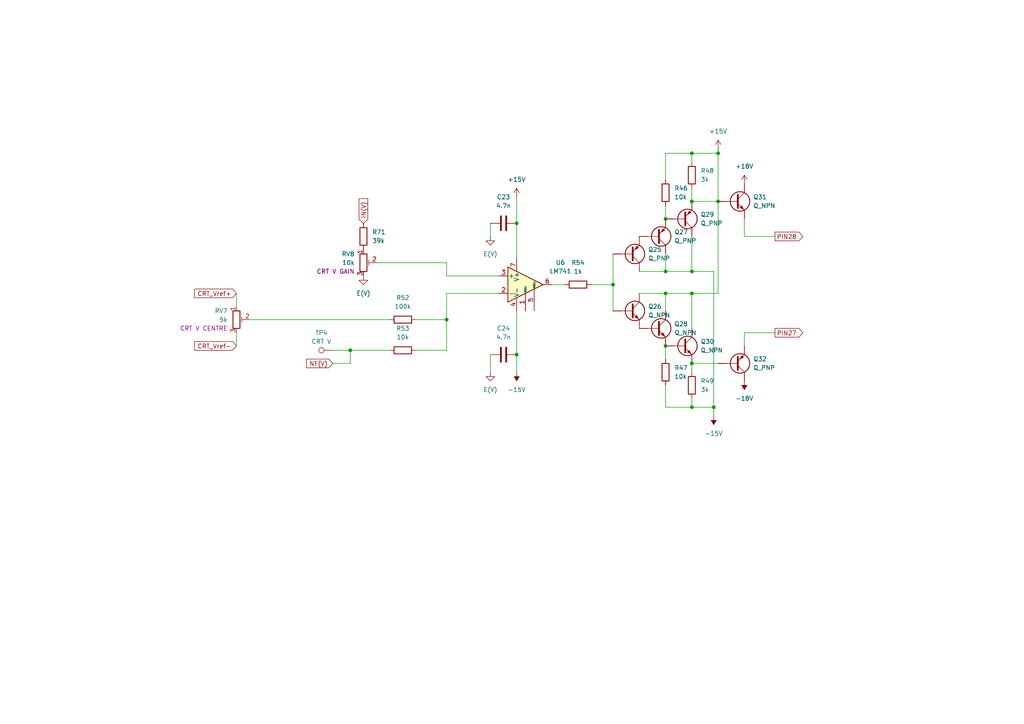
<source format=kicad_sch>
(kicad_sch (version 20250114) (generator "eeschema") (generator_version "9.0")
  (paper "A4")
  (lib_symbols
    (symbol "Amplifier_Operational:LM741" (pin_names (offset 0.127))
      (property "Reference" "U" (at 0 6.35 0))
      (property "Value" "LM741" (at 0 3.81 0))
      (symbol "LM741_0_1"
        (polyline (pts (xy -5.08 5.08) (xy 5.08 0) (xy -5.08 -5.08) (xy -5.08 5.08)) (stroke (width 0.254)) (fill (type background)))
      )
      (symbol "LM741_1_1"
        (pin input line (at -7.62 2.54 0) (length 2.54) (name "+") (number "3"))
        (pin input line (at -7.62 -2.54 0) (length 2.54) (name "-") (number "2"))
        (pin power_in line (at -2.54 7.62 270) (length 3.81) (name "V+") (number "7"))
        (pin power_in line (at -2.54 -7.62 90) (length 3.81) (name "V-") (number "4"))
        (pin no_connect line (at 0 2.54 270) (length 2.54) (hide yes) (name "NC") (number "8"))
        (pin input line (at 0 -7.62 90) (length 5.08) (name "NULL") (number "1"))
        (pin input line (at 2.54 -7.62 90) (length 6.35) (name "NULL") (number "5"))
        (pin output line (at 7.62 0 180) (length 2.54) (name "~") (number "6"))
      )
    )
    (symbol "Connector:TestPoint" (pin_numbers (hide yes)) (pin_names (offset 0.762) (hide yes))
      (property "Reference" "TP" (at 0 6.858 0))
      (property "Value" "TestPoint" (at 0 5.08 0))
      (symbol "TestPoint_0_1"
        (circle (center 0 3.302) (radius 0.762))
      )
      (symbol "TestPoint_1_1"
        (pin passive line (at 0 0 90) (length 2.54) (name "1") (number "1"))
      )
    )
    (symbol "Device:C" (pin_numbers (hide yes)) (pin_names (offset 0.254))
      (property "Reference" "C" (at 0.635 2.54 0))
      (property "Value" "C" (at 0.635 -2.54 0))
      (symbol "C_0_1"
        (polyline (pts (xy -2.032 0.762) (xy 2.032 0.762)) (stroke (width 0.508)))
        (polyline (pts (xy -2.032 -0.762) (xy 2.032 -0.762)) (stroke (width 0.508)))
      )
      (symbol "C_1_1"
        (pin passive line (at 0 3.81 270) (length 2.794) (name "~") (number "1"))
        (pin passive line (at 0 -3.81 90) (length 2.794) (name "~") (number "2"))
      )
    )
    (symbol "Device:Q_NPN" (pin_numbers (hide yes)) (pin_names (offset 0) (hide yes))
      (property "Reference" "Q" (at 5.08 1.27 0))
      (property "Value" "Q_NPN" (at 5.08 -1.27 0))
      (symbol "Q_NPN_0_1"
        (polyline (pts (xy -2.54 0) (xy 0.635 0)))
        (polyline (pts (xy 0.635 1.905) (xy 0.635 -1.905)) (stroke (width 0.508)))
        (polyline (pts (xy 0.635 0.635) (xy 2.54 2.54)))
        (polyline (pts (xy 0.635 -0.635) (xy 2.54 -2.54)))
        (circle (center 1.27 0) (radius 2.8194) (stroke (width 0.254)))
        (polyline (pts (xy 1.27 -1.778) (xy 1.778 -1.27) (xy 2.286 -2.286) (xy 1.27 -1.778)) (fill (type outline)))
      )
      (symbol "Q_NPN_1_1"
        (pin input line (at -5.08 0 0) (length 2.54) (name "B") (number "B"))
        (pin passive line (at 2.54 5.08 270) (length 2.54) (name "C") (number "C"))
        (pin passive line (at 2.54 -5.08 90) (length 2.54) (name "E") (number "E"))
      )
    )
    (symbol "Device:Q_PNP" (pin_numbers (hide yes)) (pin_names (offset 0) (hide yes))
      (property "Reference" "Q" (at 5.08 1.27 0))
      (property "Value" "Q_PNP" (at 5.08 -1.27 0))
      (symbol "Q_PNP_0_1"
        (polyline (pts (xy -2.54 0) (xy 0.635 0)))
        (polyline (pts (xy 0.635 1.905) (xy 0.635 -1.905)) (stroke (width 0.508)))
        (polyline (pts (xy 0.635 0.635) (xy 2.54 2.54)))
        (polyline (pts (xy 0.635 -0.635) (xy 2.54 -2.54)))
        (circle (center 1.27 0) (radius 2.8194) (stroke (width 0.254)))
        (polyline (pts (xy 2.286 -1.778) (xy 1.778 -2.286) (xy 1.27 -1.27) (xy 2.286 -1.778)) (fill (type outline)))
      )
      (symbol "Q_PNP_1_1"
        (pin input line (at -5.08 0 0) (length 2.54) (name "B") (number "B"))
        (pin passive line (at 2.54 5.08 270) (length 2.54) (name "C") (number "C"))
        (pin passive line (at 2.54 -5.08 90) (length 2.54) (name "E") (number "E"))
      )
    )
    (symbol "Device:R" (pin_numbers (hide yes)) (pin_names (offset 0))
      (property "Reference" "R" (at 2.032 0 90))
      (property "Value" "R" (at 0 0 90))
      (symbol "R_0_1"
        (rectangle (start -1.016 -2.54) (end 1.016 2.54) (stroke (width 0.254)))
      )
      (symbol "R_1_1"
        (pin passive line (at 0 3.81 270) (length 1.27) (name "~") (number "1"))
        (pin passive line (at 0 -3.81 90) (length 1.27) (name "~") (number "2"))
      )
    )
    (symbol "Device:R_Potentiometer_Trim" (pin_names (offset 1.016) (hide yes))
      (property "Reference" "RV" (at -4.445 0 90))
      (property "Value" "R_Potentiometer_Trim" (at -2.54 0 90))
      (symbol "R_Potentiometer_Trim_0_1"
        (rectangle (start 1.016 2.54) (end -1.016 -2.54) (stroke (width 0.254)))
        (polyline (pts (xy 1.524 0.762) (xy 1.524 -0.762)))
        (polyline (pts (xy 2.54 0) (xy 1.524 0)))
      )
      (symbol "R_Potentiometer_Trim_1_1"
        (pin passive line (at 0 3.81 270) (length 1.27) (name "1") (number "1"))
        (pin passive line (at 0 -3.81 90) (length 1.27) (name "3") (number "3"))
        (pin passive line (at 3.81 0 180) (length 1.27) (name "2") (number "2"))
      )
    )
    (symbol "power:+15V" (power) (pin_numbers (hide yes)) (pin_names (offset 0) (hide yes))
      (property "Value" "+15V" (at 0 3.556 0))
      (symbol "+15V_0_1"
        (polyline (pts (xy -0.762 1.27) (xy 0 2.54)))
        (polyline (pts (xy 0 2.54) (xy 0.762 1.27)))
        (polyline (pts (xy 0 0) (xy 0 2.54)))
      )
      (symbol "+15V_1_1"
        (pin power_in line (at 0 0 90) (length 0) (name "~") (number "1"))
      )
    )
    (symbol "power:-15V" (power) (pin_numbers (hide yes)) (pin_names (offset 0) (hide yes))
      (property "Value" "-15V" (at 0 3.556 0))
      (symbol "-15V_0_0"
        (pin power_in line (at 0 0 90) (length 0) (name "~") (number "1"))
      )
      (symbol "-15V_0_1"
        (polyline (pts (xy 0 0) (xy 0 1.27) (xy 0.762 1.27) (xy 0 2.54) (xy -0.762 1.27) (xy 0 1.27)) (fill (type outline)))
      )
    )
    (symbol "power:GND" (power) (pin_numbers (hide yes)) (pin_names (offset 0) (hide yes))
      (property "Value" "GND" (at 0 -3.81 0))
      (symbol "GND_0_1"
        (polyline (pts (xy 0 0) (xy 0 -1.27) (xy 1.27 -1.27) (xy 0 -2.54) (xy -1.27 -1.27) (xy 0 -1.27)))
      )
      (symbol "GND_1_1"
        (pin power_in line (at 0 0 270) (length 0) (name "~") (number "1"))
      )
    )
  )
  (junction (at 129.54 92.71))
  (junction (at 200.66 78.74))
  (junction (at 208.28 58.42))
  (junction (at 193.04 78.74))
  (junction (at 101.6 101.6))
  (junction (at 177.8 82.55))
  (junction (at 149.86 102.87))
  (junction (at 200.66 85.09))
  (junction (at 207.01 118.11))
  (junction (at 200.66 118.11))
  (junction (at 208.28 44.45))
  (junction (at 193.04 63.5))
  (junction (at 193.04 85.09))
  (junction (at 149.86 64.77))
  (junction (at 200.66 44.45))
  (junction (at 200.66 105.41))
  (junction (at 193.04 100.33))
  (junction (at 200.66 58.42))
  (wire (pts (xy 96.52 101.6) (xy 101.6 101.6)))
  (wire (pts (xy 215.9 100.33) (xy 215.9 96.52)))
  (wire (pts (xy 193.04 52.07) (xy 193.04 44.45)))
  (wire (pts (xy 120.65 92.71) (xy 129.54 92.71)))
  (wire (pts (xy 215.9 63.5) (xy 215.9 68.58)))
  (wire (pts (xy 120.65 101.6) (xy 129.54 101.6)))
  (wire (pts (xy 149.86 107.95) (xy 149.86 102.87)))
  (wire (pts (xy 215.9 96.52) (xy 224.79 96.52)))
  (wire (pts (xy 129.54 80.01) (xy 144.78 80.01)))
  (wire (pts (xy 101.6 105.41) (xy 101.6 101.6)))
  (wire (pts (xy 208.28 43.18) (xy 208.28 44.45)))
  (wire (pts (xy 200.66 46.99) (xy 200.66 44.45)))
  (wire (pts (xy 185.42 85.09) (xy 193.04 85.09)))
  (wire (pts (xy 177.8 82.55) (xy 177.8 90.17)))
  (wire (pts (xy 200.66 95.25) (xy 200.66 85.09)))
  (wire (pts (xy 200.66 44.45) (xy 208.28 44.45)))
  (wire (pts (xy 208.28 44.45) (xy 208.28 58.42)))
  (wire (pts (xy 193.04 85.09) (xy 193.04 90.17)))
  (wire (pts (xy 207.01 118.11) (xy 207.01 78.74)))
  (wire (pts (xy 96.52 105.41) (xy 101.6 105.41)))
  (wire (pts (xy 177.8 73.66) (xy 177.8 82.55)))
  (wire (pts (xy 129.54 92.71) (xy 129.54 85.09)))
  (wire (pts (xy 68.58 85.09) (xy 68.58 88.9)))
  (wire (pts (xy 207.01 120.65) (xy 207.01 118.11)))
  (wire (pts (xy 200.66 115.57) (xy 200.66 118.11)))
  (wire (pts (xy 171.45 82.55) (xy 177.8 82.55)))
  (wire (pts (xy 129.54 101.6) (xy 129.54 92.71)))
  (wire (pts (xy 149.86 57.15) (xy 149.86 64.77)))
  (wire (pts (xy 149.86 102.87) (xy 149.86 90.17)))
  (wire (pts (xy 200.66 68.58) (xy 200.66 78.74)))
  (wire (pts (xy 200.66 85.09) (xy 193.04 85.09)))
  (wire (pts (xy 208.28 85.09) (xy 200.66 85.09)))
  (wire (pts (xy 193.04 100.33) (xy 193.04 104.14)))
  (wire (pts (xy 208.28 105.41) (xy 200.66 105.41)))
  (wire (pts (xy 149.86 64.77) (xy 149.86 74.93)))
  (wire (pts (xy 200.66 105.41) (xy 200.66 107.95)))
  (wire (pts (xy 193.04 59.69) (xy 193.04 63.5)))
  (wire (pts (xy 193.04 44.45) (xy 200.66 44.45)))
  (wire (pts (xy 207.01 78.74) (xy 200.66 78.74)))
  (wire (pts (xy 129.54 76.2) (xy 129.54 80.01)))
  (wire (pts (xy 160.02 82.55) (xy 163.83 82.55)))
  (wire (pts (xy 185.42 78.74) (xy 193.04 78.74)))
  (wire (pts (xy 200.66 118.11) (xy 207.01 118.11)))
  (wire (pts (xy 68.58 96.52) (xy 68.58 100.33)))
  (wire (pts (xy 142.24 68.58) (xy 142.24 64.77)))
  (wire (pts (xy 200.66 78.74) (xy 193.04 78.74)))
  (wire (pts (xy 142.24 107.95) (xy 142.24 102.87)))
  (wire (pts (xy 193.04 73.66) (xy 193.04 78.74)))
  (wire (pts (xy 101.6 101.6) (xy 113.03 101.6)))
  (wire (pts (xy 200.66 54.61) (xy 200.66 58.42)))
  (wire (pts (xy 72.39 92.71) (xy 113.03 92.71)))
  (wire (pts (xy 208.28 58.42) (xy 208.28 85.09)))
  (wire (pts (xy 129.54 85.09) (xy 144.78 85.09)))
  (wire (pts (xy 109.22 76.2) (xy 129.54 76.2)))
  (wire (pts (xy 193.04 118.11) (xy 200.66 118.11)))
  (wire (pts (xy 200.66 58.42) (xy 208.28 58.42)))
  (wire (pts (xy 215.9 68.58) (xy 224.79 68.58)))
  (wire (pts (xy 193.04 111.76) (xy 193.04 118.11)))
  (global_label "CRT_Vref-" (shape input) (at 68.58 100.33 180) (property "Intersheetrefs" "${INTERSHEET_REFS}" (effects (hide yes))))
  (global_label "NF(V)" (shape input) (at 96.52 105.41 180) (property "Intersheetrefs" "${INTERSHEET_REFS}" (effects (hide yes))))
  (global_label "PIN27" (shape output) (at 224.79 96.52 0) (property "Intersheetrefs" "${INTERSHEET_REFS}" (effects (hide yes))))
  (global_label "PIN28" (shape output) (at 224.79 68.58 0) (property "Intersheetrefs" "${INTERSHEET_REFS}" (effects (hide yes))))
  (global_label "IN(V)" (shape input) (at 105.41 64.77 90) (property "Intersheetrefs" "${INTERSHEET_REFS}" (effects (hide yes))))
  (global_label "CRT_Vref+" (shape input) (at 68.58 85.09 180) (property "Intersheetrefs" "${INTERSHEET_REFS}" (effects (hide yes))))
  (symbol (lib_id "Device:R") (at 116.84 92.71 90) (unit 1)
    (property "Reference" "R52" (at 116.84 86.36 90))
    (property "Value" "100k" (at 116.84 88.9 90))
    (property "Description" "Resistor" (effects (hide yes)))
  )
  (symbol (lib_id "Device:R") (at 116.84 101.6 90) (unit 1)
    (property "Reference" "R53" (at 116.84 95.25 90))
    (property "Value" "10k" (at 116.84 97.79 90))
    (property "Description" "Resistor" (effects (hide yes)))
  )
  (symbol (lib_id "Amplifier_Operational:LM741") (at 152.4 82.55 0) (unit 1)
    (property "Reference" "U6" (at 162.56 76.1298 0))
    (property "Value" "LM741" (at 162.56 78.6698 0))
    (property "Datasheet" "http://www.ti.com/lit/ds/symlink/lm741.pdf" (effects (hide yes)))
    (property "Description" "Operational Amplifier, DIP-8/TO-99-8" (effects (hide yes)))
  )
  (symbol (lib_id "Device:R") (at 167.64 82.55 90) (unit 1)
    (property "Reference" "R54" (at 167.64 76.2 90))
    (property "Value" "1k" (at 167.64 78.74 90))
    (property "Description" "Resistor" (effects (hide yes)))
  )
  (symbol (lib_id "power:GND") (at 105.41 80.01 0) (unit 1)
    (property "Reference" "#PWR056" (effects (hide yes)))
    (property "Value" "E(V)" (at 105.41 85.09 0))
    (property "Description" "Power symbol creates a global label with name \"GND\" , ground" (effects (hide yes)))
  )
  (symbol (lib_id "Connector:TestPoint") (at 96.52 101.6 90) (unit 1)
    (property "Reference" "TP4" (at 93.218 96.52 90))
    (property "Value" "CRT V" (at 93.218 99.06 90))
    (property "Description" "test point" (effects (hide yes)))
  )
  (symbol (lib_id "power:GND") (at 142.24 68.58 0) (unit 1)
    (property "Reference" "#PWR055" (effects (hide yes)))
    (property "Value" "E(V)" (at 142.24 73.66 0))
    (property "Description" "Power symbol creates a global label with name \"GND\" , ground" (effects (hide yes)))
  )
  (symbol (lib_id "Device:Q_NPN") (at 213.36 58.42 0) (unit 1)
    (property "Reference" "Q31" (at 218.44 57.1499 0) (effects (justify left)))
    (property "Value" "Q_NPN" (at 218.44 59.6899 0) (effects (justify left)))
    (property "Description" "NPN bipolar junction transistor" (effects (hide yes)))
  )
  (symbol (lib_id "power:-15V") (at 149.86 107.95 180) (unit 1)
    (property "Reference" "#PWR012" (effects (hide yes)))
    (property "Value" "-15V" (at 149.86 113.03 0))
    (property "Description" "Power symbol creates a global label with name \"-15V\"" (effects (hide yes)))
  )
  (symbol (lib_id "Device:R") (at 193.04 55.88 0) (unit 1)
    (property "Reference" "R46" (at 195.58 54.6099 0) (effects (justify left)))
    (property "Value" "10k" (at 195.58 57.1499 0) (effects (justify left)))
    (property "Description" "Resistor" (effects (hide yes)))
  )
  (symbol (lib_id "Device:Q_NPN") (at 198.12 100.33 0) (unit 1)
    (property "Reference" "Q30" (at 203.2 99.0599 0) (effects (justify left)))
    (property "Value" "Q_NPN" (at 203.2 101.5999 0) (effects (justify left)))
    (property "Description" "NPN bipolar junction transistor" (effects (hide yes)))
  )
  (symbol (lib_id "power:+15V") (at 208.28 43.18 0) (unit 1)
    (property "Reference" "#PWR037" (effects (hide yes)))
    (property "Value" "+15V" (at 208.28 38.1 0))
    (property "Description" "Power symbol creates a global label with name \"+15V\"" (effects (hide yes)))
  )
  (symbol (lib_id "Device:Q_PNP") (at 213.36 105.41 0) (mirror x) (unit 1)
    (property "Reference" "Q32" (at 218.44 104.1399 0) (effects (justify left)))
    (property "Value" "Q_PNP" (at 218.44 106.6799 0) (effects (justify left)))
    (property "Description" "PNP bipolar junction transistor" (effects (hide yes)))
  )
  (symbol (lib_id "Device:Q_NPN") (at 190.5 95.25 0) (unit 1)
    (property "Reference" "Q28" (at 195.58 93.9799 0) (effects (justify left)))
    (property "Value" "Q_NPN" (at 195.58 96.5199 0) (effects (justify left)))
    (property "Description" "NPN bipolar junction transistor" (effects (hide yes)))
  )
  (symbol (lib_id "Device:C") (at 146.05 102.87 90) (unit 1)
    (property "Reference" "C24" (at 146.05 95.25 90))
    (property "Value" "4.7n" (at 146.05 97.79 90))
    (property "Description" "Unpolarized capacitor" (effects (hide yes)))
  )
  (symbol (lib_id "Device:Q_NPN") (at 182.88 90.17 0) (unit 1)
    (property "Reference" "Q26" (at 187.96 88.8999 0) (effects (justify left)))
    (property "Value" "Q_NPN" (at 187.96 91.4399 0) (effects (justify left)))
    (property "Description" "NPN bipolar junction transistor" (effects (hide yes)))
  )
  (symbol (lib_id "Device:R_Potentiometer_Trim") (at 68.58 92.71 0) (unit 1)
    (property "Reference" "RV7" (at 66.04 90.1699 0) (effects (justify right)))
    (property "Value" "5k" (at 66.04 92.7099 0) (effects (justify right)))
    (property "Description" "CRT V CENTRE" (at 66.04 95.2499 0) (effects (justify right)))
  )
  (symbol (lib_id "power:-15V") (at 207.01 120.65 180) (unit 1)
    (property "Reference" "#PWR036" (effects (hide yes)))
    (property "Value" "-15V" (at 207.01 125.73 0))
    (property "Description" "Power symbol creates a global label with name \"-15V\"" (effects (hide yes)))
  )
  (symbol (lib_id "power:GND") (at 142.24 107.95 0) (unit 1)
    (property "Reference" "#PWR054" (effects (hide yes)))
    (property "Value" "E(V)" (at 142.24 113.03 0))
    (property "Description" "Power symbol creates a global label with name \"GND\" , ground" (effects (hide yes)))
  )
  (symbol (lib_id "Device:R_Potentiometer_Trim") (at 105.41 76.2 0) (unit 1)
    (property "Reference" "RV8" (at 102.87 73.6599 0) (effects (justify right)))
    (property "Value" "10k" (at 102.87 76.1999 0) (effects (justify right)))
    (property "Description" "CRT V GAIN" (at 102.87 78.7399 0) (effects (justify right)))
  )
  (symbol (lib_id "Device:R") (at 193.04 107.95 0) (unit 1)
    (property "Reference" "R47" (at 195.58 106.6799 0) (effects (justify left)))
    (property "Value" "10k" (at 195.58 109.2199 0) (effects (justify left)))
    (property "Description" "Resistor" (effects (hide yes)))
  )
  (symbol (lib_id "Device:Q_PNP") (at 190.5 68.58 0) (mirror x) (unit 1)
    (property "Reference" "Q27" (at 195.58 67.3099 0) (effects (justify left)))
    (property "Value" "Q_PNP" (at 195.58 69.8499 0) (effects (justify left)))
    (property "Description" "PNP bipolar junction transistor" (effects (hide yes)))
  )
  (symbol (lib_id "Device:Q_PNP") (at 198.12 63.5 0) (mirror x) (unit 1)
    (property "Reference" "Q29" (at 203.2 62.2299 0) (effects (justify left)))
    (property "Value" "Q_PNP" (at 203.2 64.7699 0) (effects (justify left)))
    (property "Description" "PNP bipolar junction transistor" (effects (hide yes)))
  )
  (symbol (lib_id "Device:R") (at 200.66 111.76 0) (unit 1)
    (property "Reference" "R49" (at 203.2 110.4899 0) (effects (justify left)))
    (property "Value" "3k" (at 203.2 113.0299 0) (effects (justify left)))
    (property "Description" "Resistor" (effects (hide yes)))
  )
  (symbol (lib_id "Device:Q_PNP") (at 182.88 73.66 0) (mirror x) (unit 1)
    (property "Reference" "Q25" (at 187.96 72.3899 0) (effects (justify left)))
    (property "Value" "Q_PNP" (at 187.96 74.9299 0) (effects (justify left)))
    (property "Description" "PNP bipolar junction transistor" (effects (hide yes)))
  )
  (symbol (lib_id "power:-15V") (at 215.9 110.49 180) (unit 1)
    (property "Reference" "#PWR039" (effects (hide yes)))
    (property "Value" "-18V" (at 215.9 115.57 0))
    (property "Description" "Power symbol creates a global label with name \"-15V\"" (effects (hide yes)))
  )
  (symbol (lib_id "power:+15V") (at 149.86 57.15 0) (unit 1)
    (property "Reference" "#PWR06" (effects (hide yes)))
    (property "Value" "+15V" (at 149.86 52.07 0))
    (property "Description" "Power symbol creates a global label with name \"+15V\"" (effects (hide yes)))
  )
  (symbol (lib_id "Device:R") (at 105.41 68.58 0) (unit 1)
    (property "Reference" "R71" (at 107.95 67.3099 0) (effects (justify left)))
    (property "Value" "39k" (at 107.95 69.8499 0) (effects (justify left)))
    (property "Description" "Resistor" (effects (hide yes)))
  )
  (symbol (lib_id "Device:R") (at 200.66 50.8 0) (unit 1)
    (property "Reference" "R48" (at 203.2 49.5299 0) (effects (justify left)))
    (property "Value" "3k" (at 203.2 52.0699 0) (effects (justify left)))
    (property "Description" "Resistor" (effects (hide yes)))
  )
  (symbol (lib_id "Device:C") (at 146.05 64.77 90) (unit 1)
    (property "Reference" "C23" (at 146.05 57.15 90))
    (property "Value" "4.7n" (at 146.05 59.69 90))
    (property "Description" "Unpolarized capacitor" (effects (hide yes)))
  )
  (symbol (lib_id "power:+15V") (at 215.9 53.34 0) (unit 1)
    (property "Reference" "#PWR038" (effects (hide yes)))
    (property "Value" "+18V" (at 215.9 48.26 0))
    (property "Description" "Power symbol creates a global label with name \"+15V\"" (effects (hide yes)))
  )
)
</source>
